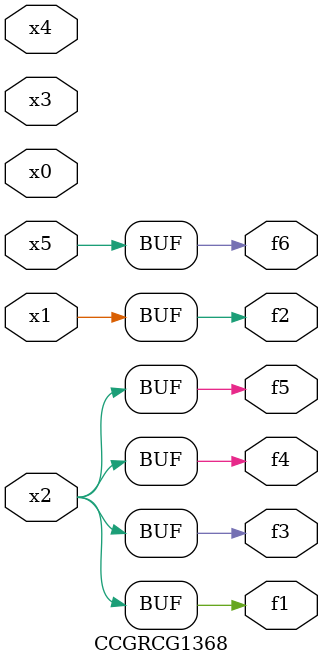
<source format=v>
module CCGRCG1368(
	input x0, x1, x2, x3, x4, x5,
	output f1, f2, f3, f4, f5, f6
);
	assign f1 = x2;
	assign f2 = x1;
	assign f3 = x2;
	assign f4 = x2;
	assign f5 = x2;
	assign f6 = x5;
endmodule

</source>
